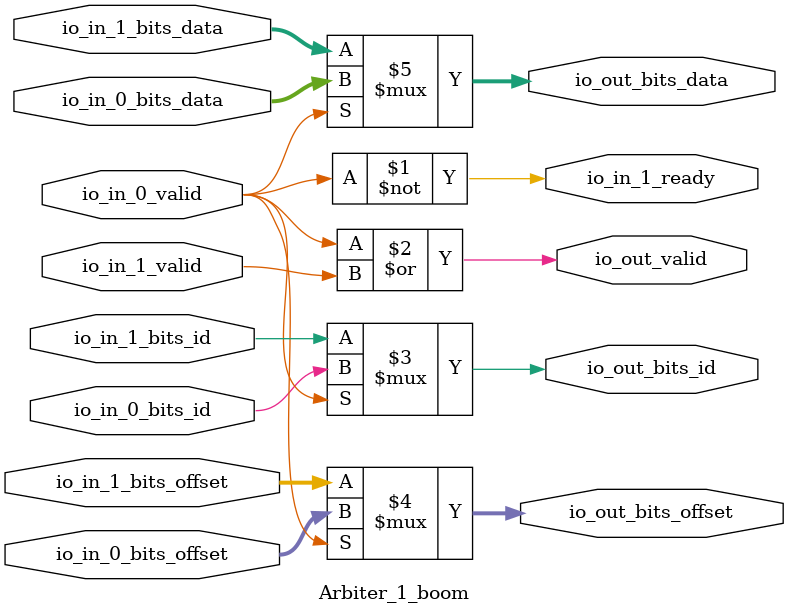
<source format=sv>
`ifndef RANDOMIZE
  `ifdef RANDOMIZE_REG_INIT
    `define RANDOMIZE
  `endif // RANDOMIZE_REG_INIT
`endif // not def RANDOMIZE
`ifndef RANDOMIZE
  `ifdef RANDOMIZE_MEM_INIT
    `define RANDOMIZE
  `endif // RANDOMIZE_MEM_INIT
`endif // not def RANDOMIZE

`ifndef RANDOM
  `define RANDOM $random
`endif // not def RANDOM

// Users can define 'PRINTF_COND' to add an extra gate to prints.
`ifndef PRINTF_COND_
  `ifdef PRINTF_COND
    `define PRINTF_COND_ (`PRINTF_COND)
  `else  // PRINTF_COND
    `define PRINTF_COND_ 1
  `endif // PRINTF_COND
`endif // not def PRINTF_COND_

// Users can define 'ASSERT_VERBOSE_COND' to add an extra gate to assert error printing.
`ifndef ASSERT_VERBOSE_COND_
  `ifdef ASSERT_VERBOSE_COND
    `define ASSERT_VERBOSE_COND_ (`ASSERT_VERBOSE_COND)
  `else  // ASSERT_VERBOSE_COND
    `define ASSERT_VERBOSE_COND_ 1
  `endif // ASSERT_VERBOSE_COND
`endif // not def ASSERT_VERBOSE_COND_

// Users can define 'STOP_COND' to add an extra gate to stop conditions.
`ifndef STOP_COND_
  `ifdef STOP_COND
    `define STOP_COND_ (`STOP_COND)
  `else  // STOP_COND
    `define STOP_COND_ 1
  `endif // STOP_COND
`endif // not def STOP_COND_

// Users can define INIT_RANDOM as general code that gets injected into the
// initializer block for modules with registers.
`ifndef INIT_RANDOM
  `define INIT_RANDOM
`endif // not def INIT_RANDOM

// If using random initialization, you can also define RANDOMIZE_DELAY to
// customize the delay used, otherwise 0.002 is used.
`ifndef RANDOMIZE_DELAY
  `define RANDOMIZE_DELAY 0.002
`endif // not def RANDOMIZE_DELAY

// Define INIT_RANDOM_PROLOG_ for use in our modules below.
`ifndef INIT_RANDOM_PROLOG_
  `ifdef RANDOMIZE
    `ifdef VERILATOR
      `define INIT_RANDOM_PROLOG_ `INIT_RANDOM
    `else  // VERILATOR
      `define INIT_RANDOM_PROLOG_ `INIT_RANDOM #`RANDOMIZE_DELAY begin end
    `endif // VERILATOR
  `else  // RANDOMIZE
    `define INIT_RANDOM_PROLOG_
  `endif // RANDOMIZE
`endif // not def INIT_RANDOM_PROLOG_

module Arbiter_1_boom(
  input         io_in_0_valid,
                io_in_0_bits_id,
  input  [2:0]  io_in_0_bits_offset,
  input  [63:0] io_in_0_bits_data,
  input         io_in_1_valid,
                io_in_1_bits_id,
  input  [2:0]  io_in_1_bits_offset,
  input  [63:0] io_in_1_bits_data,
  output        io_in_1_ready,
                io_out_valid,
                io_out_bits_id,
  output [2:0]  io_out_bits_offset,
  output [63:0] io_out_bits_data
);

  assign io_in_1_ready = ~io_in_0_valid;	// @[Arbiter.scala:45:78]
  assign io_out_valid = io_in_0_valid | io_in_1_valid;	// @[Arbiter.scala:147:31]
  assign io_out_bits_id = io_in_0_valid ? io_in_0_bits_id : io_in_1_bits_id;	// @[Arbiter.scala:136:15, :138:26, :140:19]
  assign io_out_bits_offset = io_in_0_valid ? io_in_0_bits_offset : io_in_1_bits_offset;	// @[Arbiter.scala:136:15, :138:26, :140:19]
  assign io_out_bits_data = io_in_0_valid ? io_in_0_bits_data : io_in_1_bits_data;	// @[Arbiter.scala:136:15, :138:26, :140:19]
endmodule


</source>
